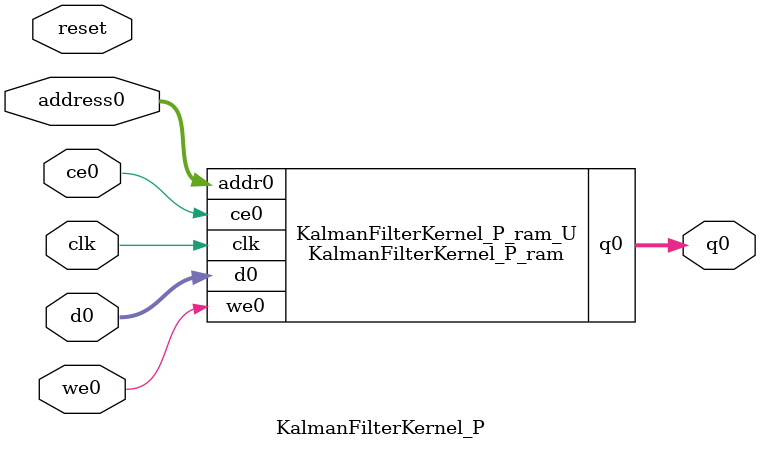
<source format=v>
`timescale 1 ns / 1 ps
module KalmanFilterKernel_P_ram (addr0, ce0, d0, we0, q0,  clk);

parameter DWIDTH = 32;
parameter AWIDTH = 6;
parameter MEM_SIZE = 36;

input[AWIDTH-1:0] addr0;
input ce0;
input[DWIDTH-1:0] d0;
input we0;
output reg[DWIDTH-1:0] q0;
input clk;

reg [DWIDTH-1:0] ram[0:MEM_SIZE-1];




always @(posedge clk)  
begin 
    if (ce0) begin
        if (we0) 
            ram[addr0] <= d0; 
        q0 <= ram[addr0];
    end
end


endmodule

`timescale 1 ns / 1 ps
module KalmanFilterKernel_P(
    reset,
    clk,
    address0,
    ce0,
    we0,
    d0,
    q0);

parameter DataWidth = 32'd32;
parameter AddressRange = 32'd36;
parameter AddressWidth = 32'd6;
input reset;
input clk;
input[AddressWidth - 1:0] address0;
input ce0;
input we0;
input[DataWidth - 1:0] d0;
output[DataWidth - 1:0] q0;



KalmanFilterKernel_P_ram KalmanFilterKernel_P_ram_U(
    .clk( clk ),
    .addr0( address0 ),
    .ce0( ce0 ),
    .we0( we0 ),
    .d0( d0 ),
    .q0( q0 ));

endmodule


</source>
